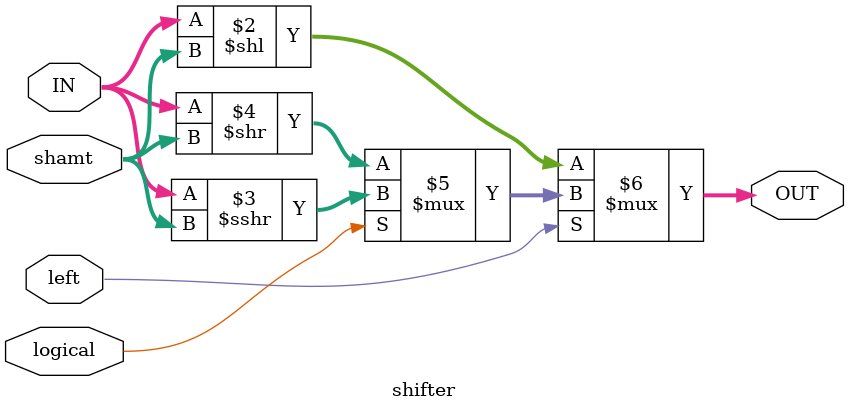
<source format=v>
`timescale 1ns / 1ps


module shifter #(parameter N=32) (
        input signed [N-1:0] IN,
        input [$clog2(N)-1:0] shamt,
        input left, input logical,
        output [N-1:0] OUT
    );
    
    assign OUT = ~left ? IN << shamt : (logical ? IN >>> shamt : IN >> shamt );
endmodule

</source>
